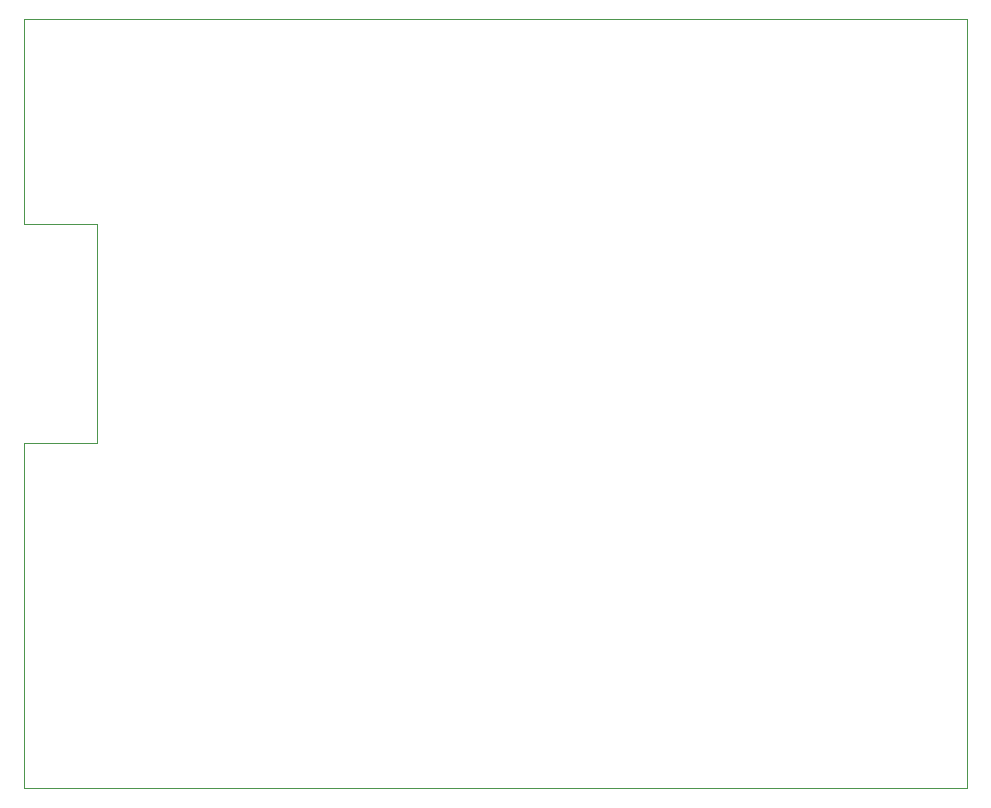
<source format=gbr>
%TF.GenerationSoftware,KiCad,Pcbnew,8.0.0*%
%TF.CreationDate,2024-03-18T14:57:50-04:00*%
%TF.ProjectId,Ethernet_Dev_Board,45746865-726e-4657-945f-4465765f426f,rev?*%
%TF.SameCoordinates,Original*%
%TF.FileFunction,Profile,NP*%
%FSLAX46Y46*%
G04 Gerber Fmt 4.6, Leading zero omitted, Abs format (unit mm)*
G04 Created by KiCad (PCBNEW 8.0.0) date 2024-03-18 14:57:50*
%MOMM*%
%LPD*%
G01*
G04 APERTURE LIST*
%TA.AperFunction,Profile*%
%ADD10C,0.050000*%
%TD*%
G04 APERTURE END LIST*
D10*
X157861000Y-110490000D02*
X77978000Y-110490000D01*
X77978000Y-81280000D01*
X84201000Y-81280000D01*
X84201000Y-62738000D01*
X77978000Y-62738000D01*
X77978000Y-45339000D01*
X157861000Y-45339000D01*
X157861000Y-110490000D01*
M02*

</source>
